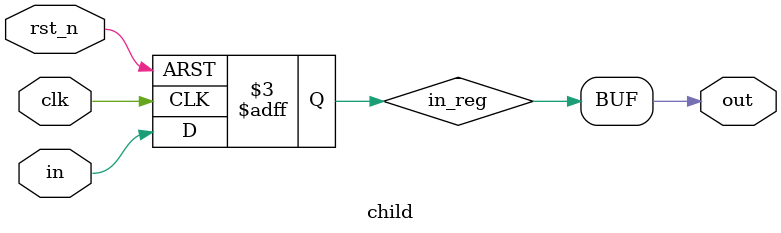
<source format=sv>
module child (
    input  logic clk,
    input  logic rst_n,
    input  logic in,
    output logic out
);
    /*verilator hier_block*/

    logic in_reg;

    always_ff @(posedge clk or negedge rst_n)
        if (!rst_n)
            in_reg <= 1'b0;
        else
            in_reg <= in;

    assign out = in_reg;

endmodule

</source>
